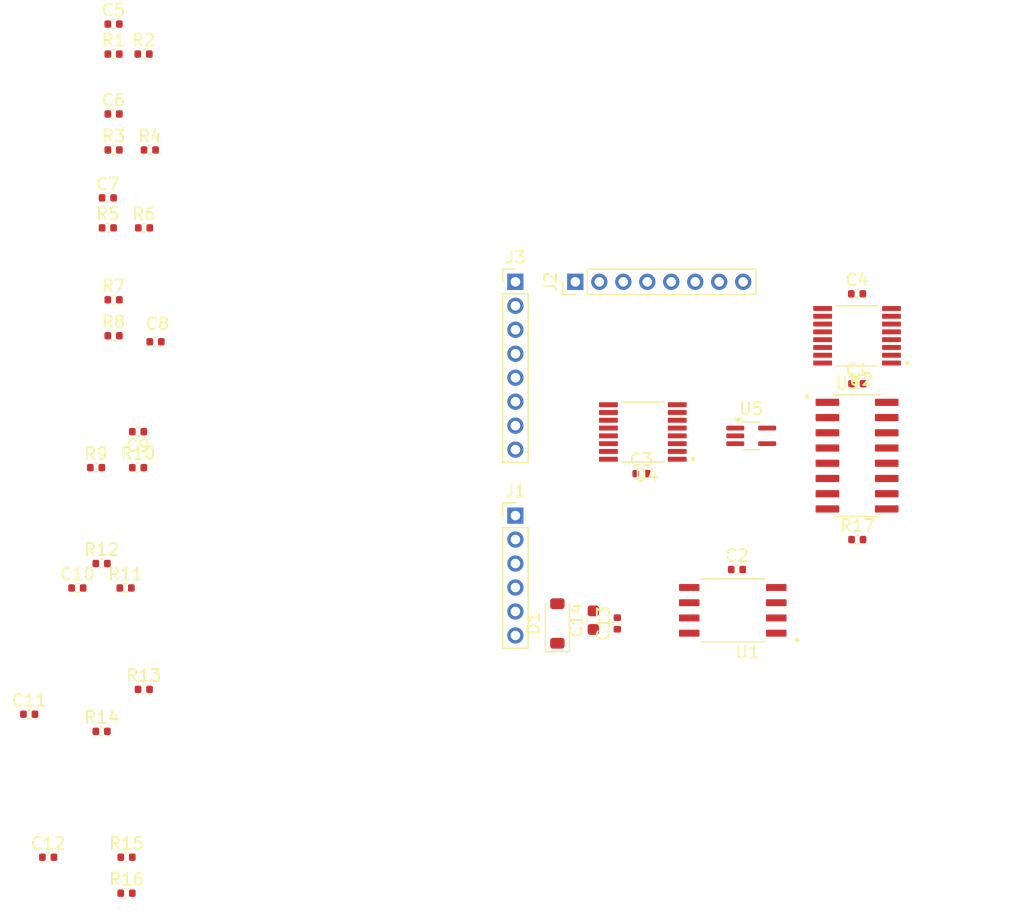
<source format=kicad_pcb>
(kicad_pcb (version 20240108) (generator "pcbnew") (generator_version "8.0")
  (title_block (date "mar. 31 mars 2015"))
  (layers (0 "F.Cu" signal) (1 "In1.Cu" signal) (2 "In2.Cu" signal) (31 "B.Cu" signal) (34 "B.Paste" user) (35 "F.Paste" user) (36 "B.SilkS" user "B.Silkscreen") (37 "F.SilkS" user "F.Silkscreen") (38 "B.Mask" user) (39 "F.Mask" user) (44 "Edge.Cuts" user))
  (net 0 "")
  (net 1 "GND")
  (net 2 "VCCQ")
  (net 4 "Net-(U1-PB1)")
  (net 5 "Net-(U2-D0)")
  (net 6 "Net-(U2-D1)")
  (net 7 "Net-(U2-D2)")
  (net 8 "Net-(U2-D3)")
  (net 9 "Net-(U2-D4)")
  (net 10 "Net-(U2-D5)")
  (net 11 "Net-(U2-D6)")
  (net 12 "Net-(U2-D7)")
  (net 13 "Net-(J1-Pin_3)")
  (net 14 "Net-(U1-PB3)")
  (net 15 "Net-(J1-Pin_4)")
  (net 16 "Net-(J1-Pin_1)")
  (net 17 "Net-(J2-Pin_3)")
  (net 18 "Net-(J2-Pin_1)")
  (net 19 "Net-(J2-Pin_2)")
  (net 20 "Net-(J2-Pin_6)")
  (net 21 "Net-(J2-Pin_7)")
  (net 22 "Net-(J2-Pin_4)")
  (net 23 "Net-(J2-Pin_5)")
  (net 24 "Net-(J2-Pin_8)")
  (net 25 "Net-(J3-Pin_5)")
  (net 26 "Net-(J3-Pin_1)")
  (net 27 "Net-(J3-Pin_3)")
  (net 28 "Net-(J3-Pin_8)")
  (net 29 "Net-(J3-Pin_7)")
  (net 30 "Net-(J3-Pin_2)")
  (net 31 "Net-(J3-Pin_4)")
  (net 32 "Net-(J3-Pin_6)")
  (net 33 "Net-(U2-B)")
  (net 34 "Net-(U2-C)")
  (net 35 "Net-(U2-A)")
  (net 37 "Net-(U3-QF)")
  (net 38 "Net-(U3-QG)")
  (net 39 "Net-(U3-QE)")
  (net 42 "Net-(U3-QD)")
  (net 43 "Net-(J4-Pin_1)")
  (net 44 "Net-(U3-~{CCLR})")
  (footprint "Capacitor_SMD:C_0402_1005Metric" (layer "F.Cu") (at 80.98 82.5)
    (property "Reference" "R12" (at 0 -1.16 0) (layer "F.SilkS"))
    (property "Value" "620")
    (fp_line (start -0.107836 -0.36) (end 0.107836 -0.36) (stroke (width 0.12)) (layer "F.SilkS"))
    (fp_line (start -0.107836 0.36) (end 0.107836 0.36) (stroke (width 0.12)) (layer "F.SilkS"))
    (pad "1" smd roundrect (at -0.48 0) (size 0.56 0.62) (layers "F.Cu" "F.Paste" "F.Mask") (net 20 "Net-(J2-Pin_6)"))
    (pad "2" smd roundrect (at 0.48 0) (size 0.56 0.62) (layers "F.Cu" "F.Paste" "F.Mask") (net 10 "Net-(U2-D5)"))
  )
  (footprint "Capacitor_SMD:C_0402_1005Metric" (layer "F.Cu") (at 81.5 54.5)
    (property "Reference" "R5" (at 0 -1.16 0) (layer "F.SilkS"))
    (property "Value" "10k")
    (fp_line (start -0.107836 -0.36) (end 0.107836 -0.36) (stroke (width 0.12)) (layer "F.SilkS"))
    (fp_line (start -0.107836 0.36) (end 0.107836 0.36) (stroke (width 0.12)) (layer "F.SilkS"))
    (pad "1" smd roundrect (at -0.48 0) (size 0.56 0.62) (layers "F.Cu" "F.Paste" "F.Mask") (net 2 "VCCQ"))
    (pad "2" smd roundrect (at 0.48 0) (size 0.56 0.62) (layers "F.Cu" "F.Paste" "F.Mask") (net 17 "Net-(J2-Pin_3)"))
  )
  (footprint "Capacitor_SMD:C_0402_1005Metric" (layer "F.Cu") (at 83.06 107)
    (property "Reference" "R15" (at 0 -1.16 0) (layer "F.SilkS"))
    (property "Value" "10k")
    (fp_line (start -0.107836 -0.36) (end 0.107836 -0.36) (stroke (width 0.12)) (layer "F.SilkS"))
    (fp_line (start -0.107836 0.36) (end 0.107836 0.36) (stroke (width 0.12)) (layer "F.SilkS"))
    (pad "1" smd roundrect (at -0.48 0) (size 0.56 0.62) (layers "F.Cu" "F.Paste" "F.Mask") (net 2 "VCCQ"))
    (pad "2" smd roundrect (at 0.48 0) (size 0.56 0.62) (layers "F.Cu" "F.Paste" "F.Mask") (net 24 "Net-(J2-Pin_8)"))
  )
  (footprint "Capacitor_SMD:C_0402_1005Metric" (layer "F.Cu") (at 84.02 71.5 180)
    (property "Reference" "C9" (at 0 -1.16 0) (layer "F.SilkS"))
    (property "Value" "0.1 uf")
    (fp_line (start -0.107836 0.36) (end 0.107836 0.36) (stroke (width 0.12)) (layer "F.SilkS"))
    (fp_line (start -0.107836 -0.36) (end 0.107836 -0.36) (stroke (width 0.12)) (layer "F.SilkS"))
    (pad "1" smd roundrect (at -0.48 0 180) (size 0.56 0.62) (layers "F.Cu" "F.Paste" "F.Mask") (net 9 "Net-(U2-D4)"))
    (pad "2" smd roundrect (at 0.48 0 180) (size 0.56 0.62) (layers "F.Cu" "F.Paste" "F.Mask") (net 1 "GND"))
  )
  (footprint "Connector_PinHeader_2.00mm:PinHeader_1x06_P2.00mm_Vertical" (layer "F.Cu") (at 115.5 78.5)
    (property "Reference" "J1" (at 0 -2.06 0) (layer "F.SilkS"))
    (property "Value" "Conn_01x06_Pin")
    (fp_line (start -1.06 -1.06) (end 0 -1.06) (stroke (width 0.12)) (layer "F.SilkS"))
    (fp_line (start -1.06 0) (end -1.06 -1.06) (stroke (width 0.12)) (layer "F.SilkS"))
    (fp_line (start -1.06 1) (end -1.06 11.06) (stroke (width 0.12)) (layer "F.SilkS"))
    (fp_line (start -1.06 1) (end 1.06 1) (stroke (width 0.12)) (layer "F.SilkS"))
    (fp_line (start -1.06 11.06) (end 1.06 11.06) (stroke (width 0.12)) (layer "F.SilkS"))
    (fp_line (start 1.06 1) (end 1.06 11.06) (stroke (width 0.12)) (layer "F.SilkS"))
    (pad "1" thru_hole rect (at 0 0) (size 1.35 1.35) (drill 0.8) (layers "*.Cu" "*.Mask") (net 16 "Net-(J1-Pin_1)"))
    (pad "2" thru_hole oval (at 0 2) (size 1.35 1.35) (drill 0.8) (layers "*.Cu" "*.Mask"))
    (pad "3" thru_hole oval (at 0 4) (size 1.35 1.35) (drill 0.8) (layers "*.Cu" "*.Mask") (net 13 "Net-(J1-Pin_3)"))
    (pad "4" thru_hole oval (at 0 6) (size 1.35 1.35) (drill 0.8) (layers "*.Cu" "*.Mask") (net 15 "Net-(J1-Pin_4)"))
    (pad "5" thru_hole oval (at 0 8) (size 1.35 1.35) (drill 0.8) (layers "*.Cu" "*.Mask") (net 1 "GND"))
    (pad "6" thru_hole oval (at 0 10) (size 1.35 1.35) (drill 0.8) (layers "*.Cu" "*.Mask") (net 2 "VCCQ"))
  )
  (footprint "Diode_SMD:D_SOD-123" (layer "F.Cu") (at 119 87.5 90)
    (property "Reference" "D1" (at 0 -2 90) (layer "F.SilkS"))
    (property "Value" "D_Zener")
    (fp_line (start -2.36 -1) (end 1.65 -1) (stroke (width 0.12)) (layer "F.SilkS"))
    (fp_line (start -2.36 -1) (end -2.36 1) (stroke (width 0.12)) (layer "F.SilkS"))
    (fp_line (start -2.36 1) (end 1.65 1) (stroke (width 0.12)) (layer "F.SilkS"))
    (pad "1" smd roundrect (at -1.65 0 90) (size 0.9 1.2) (layers "F.Cu" "F.Paste" "F.Mask") (net 2 "VCCQ"))
    (pad "2" smd roundrect (at 1.65 0 90) (size 0.9 1.2) (layers "F.Cu" "F.Paste" "F.Mask") (net 1 "GND"))
  )
  (footprint "Capacitor_SMD:C_0603_1608Metric" (layer "F.Cu") (at 122 87.225 90)
    (property "Reference" "C14" (at 0 -1.43 90) (layer "F.SilkS"))
    (property "Value" "1 uf")
    (fp_line (start -0.14058 -0.51) (end 0.14058 -0.51) (stroke (width 0.12)) (layer "F.SilkS"))
    (fp_line (start -0.14058 0.51) (end 0.14058 0.51) (stroke (width 0.12)) (layer "F.SilkS"))
    (pad "1" smd roundrect (at -0.775 0 90) (size 0.9 0.95) (layers "F.Cu" "F.Paste" "F.Mask") (net 2 "VCCQ"))
    (pad "2" smd roundrect (at 0.775 0 90) (size 0.9 0.95) (layers "F.Cu" "F.Paste" "F.Mask") (net 1 "GND"))
  )
  (footprint "Capacitor_SMD:C_0402_1005Metric" (layer "F.Cu") (at 126.02 75)
    (property "Reference" "C3" (at 0 -1.16 0) (layer "F.SilkS"))
    (property "Value" "0.1uf")
    (fp_line (start -0.107836 -0.36) (end 0.107836 -0.36) (stroke (width 0.12)) (layer "F.SilkS"))
    (fp_line (start -0.107836 0.36) (end 0.107836 0.36) (stroke (width 0.12)) (layer "F.SilkS"))
    (pad "1" smd roundrect (at -0.48 0) (size 0.56 0.62) (layers "F.Cu" "F.Paste" "F.Mask") (net 2 "VCCQ"))
    (pad "2" smd roundrect (at 0.48 0) (size 0.56 0.62) (layers "F.Cu" "F.Paste" "F.Mask") (net 1 "GND"))
  )
  (footprint "Capacitor_SMD:C_0402_1005Metric" (layer "F.Cu") (at 144 60)
    (property "Reference" "C4" (at 0 -1.16 0) (layer "F.SilkS"))
    (property "Value" "0.1uf")
    (fp_line (start -0.107836 -0.36) (end 0.107836 -0.36) (stroke (width 0.12)) (layer "F.SilkS"))
    (fp_line (start -0.107836 0.36) (end 0.107836 0.36) (stroke (width 0.12)) (layer "F.SilkS"))
    (pad "1" smd roundrect (at -0.48 0) (size 0.56 0.62) (layers "F.Cu" "F.Paste" "F.Mask") (net 2 "VCCQ"))
    (pad "2" smd roundrect (at 0.48 0) (size 0.56 0.62) (layers "F.Cu" "F.Paste" "F.Mask") (net 1 "GND"))
  )
  (footprint "Capacitor_SMD:C_0402_1005Metric" (layer "F.Cu") (at 81.5 52)
    (property "Reference" "C7" (at 0 -1.16 0) (layer "F.SilkS"))
    (property "Value" "0.1 uf")
    (fp_line (start -0.107836 -0.36) (end 0.107836 -0.36) (stroke (width 0.12)) (layer "F.SilkS"))
    (fp_line (start -0.107836 0.36) (end 0.107836 0.36) (stroke (width 0.12)) (layer "F.SilkS"))
    (pad "1" smd roundrect (at -0.48 0) (size 0.56 0.62) (layers "F.Cu" "F.Paste" "F.Mask") (net 7 "Net-(U2-D2)"))
    (pad "2" smd roundrect (at 0.48 0) (size 0.56 0.62) (layers "F.Cu" "F.Paste" "F.Mask") (net 1 "GND"))
  )
  (footprint "Capacitor_SMD:C_0402_1005Metric" (layer "F.Cu") (at 74.94 95.07)
    (property "Reference" "C11" (at 0 -1.16 0) (layer "F.SilkS"))
    (property "Value" "0.1 uf")
    (fp_line (start -0.107836 -0.36) (end 0.107836 -0.36) (stroke (width 0.12)) (layer "F.SilkS"))
    (fp_line (start -0.107836 0.36) (end 0.107836 0.36) (stroke (width 0.12)) (layer "F.SilkS"))
    (pad "1" smd roundrect (at -0.48 0) (size 0.56 0.62) (layers "F.Cu" "F.Paste" "F.Mask") (net 11 "Net-(U2-D6)"))
    (pad "2" smd roundrect (at 0.48 0) (size 0.56 0.62) (layers "F.Cu" "F.Paste" "F.Mask") (net 1 "GND"))
  )
  (footprint "Capacitor_SMD:C_0402_1005Metric" (layer "F.Cu") (at 85.48 64)
    (property "Reference" "C8" (at 0.17 -1.5 0) (layer "F.SilkS"))
    (property "Value" "0.1 uf")
    (fp_line (start -0.107836 -0.36) (end 0.107836 -0.36) (stroke (width 0.12)) (layer "F.SilkS"))
    (fp_line (start -0.107836 0.36) (end 0.107836 0.36) (stroke (width 0.12)) (layer "F.SilkS"))
    (pad "1" smd roundrect (at -0.48 0) (size 0.56 0.62) (layers "F.Cu" "F.Paste" "F.Mask") (net 8 "Net-(U2-D3)"))
    (pad "2" smd roundrect (at 0.48 0) (size 0.56 0.62) (layers "F.Cu" "F.Paste" "F.Mask") (net 1 "GND"))
  )
  (footprint "Capacitor_SMD:C_0402_1005Metric" (layer "F.Cu") (at 80.52 74.5)
    (property "Reference" "R9" (at 0 -1.16 0) (layer "F.SilkS"))
    (property "Value" "10k")
    (fp_line (start -0.107836 -0.36) (end 0.107836 -0.36) (stroke (width 0.12)) (layer "F.SilkS"))
    (fp_line (start -0.107836 0.36) (end 0.107836 0.36) (stroke (width 0.12)) (layer "F.SilkS"))
    (pad "1" smd roundrect (at -0.48 0) (size 0.56 0.62) (layers "F.Cu" "F.Paste" "F.Mask") (net 2 "VCCQ"))
    (pad "2" smd roundrect (at 0.48 0) (size 0.56 0.62) (layers "F.Cu" "F.Paste" "F.Mask") (net 23 "Net-(J2-Pin_5)"))
  )
  (footprint "Capacitor_SMD:C_0402_1005Metric" (layer "F.Cu") (at 83.06 110)
    (property "Reference" "R16" (at 0 -1.16 0) (layer "F.SilkS"))
    (property "Value" "620")
    (fp_line (start -0.107836 -0.36) (end 0.107836 -0.36) (stroke (width 0.12)) (layer "F.SilkS"))
    (fp_line (start -0.107836 0.36) (end 0.107836 0.36) (stroke (width 0.12)) (layer "F.SilkS"))
    (pad "1" smd roundrect (at -0.48 0) (size 0.56 0.62) (layers "F.Cu" "F.Paste" "F.Mask") (net 24 "Net-(J2-Pin_8)"))
    (pad "2" smd roundrect (at 0.48 0) (size 0.56 0.62) (layers "F.Cu" "F.Paste" "F.Mask") (net 12 "Net-(U2-D7)"))
  )
  (footprint "Capacitor_SMD:C_0402_1005Metric" (layer "F.Cu") (at 144.02 80.5)
    (property "Reference" "R17" (at 0 -1.16 0) (layer "F.SilkS"))
    (property "Value" "10k")
    (fp_line (start -0.107836 -0.36) (end 0.107836 -0.36) (stroke (width 0.12)) (layer "F.SilkS"))
    (fp_line (start -0.107836 0.36) (end 0.107836 0.36) (stroke (width 0.12)) (layer "F.SilkS"))
    (pad "1" smd roundrect (at -0.48 0) (size 0.56 0.62) (layers "F.Cu" "F.Paste" "F.Mask") (net 4 "Net-(U1-PB1)"))
    (pad "2" smd roundrect (at 0.48 0) (size 0.56 0.62) (layers "F.Cu" "F.Paste" "F.Mask") (net 1 "GND"))
  )
  (footprint "Connector_PinHeader_2.00mm:PinHeader_1x08_P2.00mm_Vertical" (layer "F.Cu") (at 115.5 59)
    (property "Reference" "J3" (at 0 -2.06 0) (layer "F.SilkS"))
    (property "Value" "Conn_01x08_Pin")
    (fp_line (start -1.06 -1.06) (end 0 -1.06) (stroke (width 0.12)) (layer "F.SilkS"))
    (fp_line (start -1.06 0) (end -1.06 -1.06) (stroke (width 0.12)) (layer "F.SilkS"))
    (fp_line (start -1.06 1) (end -1.06 15.06) (stroke (width 0.12)) (layer "F.SilkS"))
    (fp_line (start -1.06 1) (end 1.06 1) (stroke (width 0.12)) (layer "F.SilkS"))
    (fp_line (start -1.06 15.06) (end 1.06 15.06) (stroke (width 0.12)) (layer "F.SilkS"))
    (fp_line (start 1.06 1) (end 1.06 15.06) (stroke (width 0.12)) (layer "F.SilkS"))
    (pad "1" thru_hole rect (at 0 0) (size 1.35 1.35) (drill 0.8) (layers "*.Cu" "*.Mask") (net 26 "Net-(J3-Pin_1)"))
    (pad "2" thru_hole oval (at 0 2) (size 1.35 1.35) (drill 0.8) (layers "*.Cu" "*.Mask") (net 30 "Net-(J3-Pin_2)"))
    (pad "3" thru_hole oval (at 0 4) (size 1.35 1.35) (drill 0.8) (layers "*.Cu" "*.Mask") (net 27 "Net-(J3-Pin_3)"))
    (pad "4" thru_hole oval (at 0 6) (size 1.35 1.35) (drill 0.8) (layers "*.Cu" "*.Mask") (net 31 "Net-(J3-Pin_4)"))
    (pad "5" thru_hole oval (at 0 8) (size 1.35 1.35) (drill 0.8) (layers "*.Cu" "*.Mask") (net 25 "Net-(J3-Pin_5)"))
    (pad "6" thru_hole oval (at 0 10) (size 1.35 1.35) (drill 0.8) (layers "*.Cu" "*.Mask") (net 32 "Net-(J3-Pin_6)"))
    (pad "7" thru_hole oval (at 0 12) (size 1.35 1.35) (drill 0.8) (layers "*.Cu" "*.Mask") (net 29 "Net-(J3-Pin_7)"))
    (pad "8" thru_hole oval (at 0 14) (size 1.35 1.35) (drill 0.8) (layers "*.Cu" "*.Mask") (net 28 "Net-(J3-Pin_8)"))
  )
  (footprint "InterrupterLibrary:SOP65P640X120-16N" (layer "F.Cu") (at 144 63.5 180)
    (property "Reference" "U2" (at -0.325 -3.635 0) (layer "F.SilkS"))
    (property "Value" "SN74HC251PWR")
    (fp_line (start 1.765 2.5) (end -1.765 2.5) (stroke (width 0.127)) (layer "F.SilkS"))
    (fp_line (start -1.765 -2.5) (end 1.765 -2.5) (stroke (width 0.127)) (layer "F.SilkS"))
    (fp_circle (center -4.19 -2.275) (end -4.09 -2.275) (stroke (width 0.2)) (fill none) (layer "F.SilkS"))
    (pad "1" smd roundrect (at -2.87 -2.275 180) (size 1.57 0.41) (layers "F.Cu" "F.Paste" "F.Mask") (roundrect_rratio 0.125) (net 8 "Net-(U2-D3)"))
    (pad "2" smd roundrect (at -2.87 -1.625 180) (size 1.57 0.41) (layers "F.Cu" "F.Paste" "F.Mask") (roundrect_rratio 0.125) (net 7 "Net-(U2-D2)"))
    (pad "3" smd roundrect (at -2.87 -0.975 180) (size 1.57 0.41) (layers "F.Cu" "F.Paste" "F.Mask") (roundrect_rratio 0.125) (net 6 "Net-(U2-D1)"))
    (pad "4" smd roundrect (at -2.87 -0.325 180) (size 1.57 0.41) (layers "F.Cu" "F.Paste" "F.Mask") (roundrect_rratio 0.125) (net 5 "Net-(U2-D0)"))
    (pad "5" smd roundrect (at -2.87 0.325 180) (size 1.57 0.41) (layers "F.Cu" "F.Paste" "F.Mask") (roundrect_rratio 0.125))
    (pad "6" smd roundrect (at -2.87 0.975 180) (size 1.57 0.41) (layers "F.Cu" "F.Paste" "F.Mask") (roundrect_rratio 0.125) (net 14 "Net-(U1-PB3)"))
    (pad "7" smd roundrect (at -2.87 1.625 180) (size 1.57 0.41) (layers "F.Cu" "F.Paste" "F.Mask") (roundrect_rratio 0.125) (net 1 "GND"))
    (pad "8" smd roundrect (at -2.87 2.275 180) (size 1.57 0.41) (layers "F.Cu" "F.Paste" "F.Mask") (roundrect_rratio 0.125) (net 1 "GND"))
    (pad "9" smd roundrect (at 2.87 2.275 180) (size 1.57 0.41) (layers "F.Cu" "F.Paste" "F.Mask") (roundrect_rratio 0.125) (net 34 "Net-(U2-C)"))
    (pad "10" smd roundrect (at 2.87 1.625 180) (size 1.57 0.41) (layers "F.Cu" "F.Paste" "F.Mask") (roundrect_rratio 0.125) (net 33 "Net-(U2-B)"))
    (pad "11" smd roundrect (at 2.87 0.975 180) (size 1.57 0.41) (layers "F.Cu" "F.Paste" "F.Mask") (roundrect_rratio 0.125) (net 35 "Net-(U2-A)"))
    (pad "12" smd roundrect (at 2.87 0.325 180) (size 1.57 0.41) (layers "F.Cu" "F.Paste" "F.Mask") (roundrect_rratio 0.125) (net 12 "Net-(U2-D7)"))
    (pad "13" smd roundrect (at 2.87 -0.325 180) (size 1.57 0.41) (layers "F.Cu" "F.Paste" "F.Mask") (roundrect_rratio 0.125) (net 11 "Net-(U2-D6)"))
    (pad "14" smd roundrect (at 2.87 -0.975 180) (size 1.57 0.41) (layers "F.Cu" "F.Paste" "F.Mask") (roundrect_rratio 0.125) (net 10 "Net-(U2-D5)"))
    (pad "15" smd roundrect (at 2.87 -1.625 180) (size 1.57 0.41) (layers "F.Cu" "F.Paste" "F.Mask") (roundrect_rratio 0.125) (net 9 "Net-(U2-D4)"))
    (pad "16" smd roundrect (at 2.87 -2.275 180) (size 1.57 0.41) (layers "F.Cu" "F.Paste" "F.Mask") (roundrect_rratio 0.125) (net 2 "VCCQ"))
  )
  (footprint "Capacitor_SMD:C_0402_1005Metric" (layer "F.Cu") (at 78.96 84.54)
    (property "Reference" "C10" (at 0 -1.16 0) (layer "F.SilkS"))
    (property "Value" "0.1 uf")
    (fp_line (start -0.107836 -0.36) (end 0.107836 -0.36) (stroke (width 0.12)) (layer "F.SilkS"))
    (fp_line (start -0.107836 0.36) (end 0.107836 0.36) (stroke (width 0.12)) (layer "F.SilkS"))
    (pad "1" smd roundrect (at -0.48 0) (size 0.56 0.62) (layers "F.Cu" "F.Paste" "F.Mask") (net 10 "Net-(U2-D5)"))
    (pad "2" smd roundrect (at 0.48 0) (size 0.56 0.62) (layers "F.Cu" "F.Paste" "F.Mask") (net 1 "GND"))
  )
  (footprint "Capacitor_SMD:C_0402_1005Metric" (layer "F.Cu") (at 81.98 48)
    (property "Reference" "R3" (at 0 -1.16 0) (layer "F.SilkS"))
    (property "Value" "10k")
    (fp_line (start -0.107836 -0.36) (end 0.107836 -0.36) (stroke (width 0.12)) (layer "F.SilkS"))
    (fp_line (start -0.107836 0.36) (end 0.107836 0.36) (stroke (width 0.12)) (layer "F.SilkS"))
    (pad "1" smd roundrect (at -0.48 0) (size 0.56 0.62) (layers "F.Cu" "F.Paste" "F.Mask") (net 2 "VCCQ"))
    (pad "2" smd roundrect (at 0.48 0) (size 0.56 0.62) (layers "F.Cu" "F.Paste" "F.Mask") (net 19 "Net-(J2-Pin_2)"))
  )
  (footprint "Capacitor_SMD:C_0402_1005Metric" (layer "F.Cu") (at 144.02 67.5)
    (property "Reference" "C1" (at 0 -1.16 0) (layer "F.SilkS"))
    (property "Value" "0.1 uf")
    (fp_line (start -0.107836 -0.36) (end 0.107836 -0.36) (stroke (width 0.12)) (layer "F.SilkS"))
    (fp_line (start -0.107836 0.36) (end 0.107836 0.36) (stroke (width 0.12)) (layer "F.SilkS"))
    (pad "1" smd roundrect (at -0.48 0) (size 0.56 0.62) (layers "F.Cu" "F.Paste" "F.Mask") (net 2 "VCCQ"))
    (pad "2" smd roundrect (at 0.48 0) (size 0.56 0.62) (layers "F.Cu" "F.Paste" "F.Mask") (net 1 "GND"))
  )
  (footprint "Capacitor_SMD:C_0402_1005Metric" (layer "F.Cu") (at 84.48 40)
    (property "Reference" "R2" (at 0 -1.16 0) (layer "F.SilkS"))
    (property "Value" "620")
    (fp_line (start -0.107836 -0.36) (end 0.107836 -0.36) (stroke (width 0.12)) (layer "F.SilkS"))
    (fp_line (start -0.107836 0.36) (end 0.107836 0.36) (stroke (width 0.12)) (layer "F.SilkS"))
    (pad "1" smd roundrect (at -0.48 0) (size 0.56 0.62) (layers "F.Cu" "F.Paste" "F.Mask") (net 18 "Net-(J2-Pin_1)"))
    (pad "2" smd roundrect (at 0.48 0) (size 0.56 0.62) (layers "F.Cu" "F.Paste" "F.Mask") (net 5 "Net-(U2-D0)"))
  )
  (footprint "Capacitor_SMD:C_0402_1005Metric" (layer "F.Cu") (at 133.98 83)
    (property "Reference" "C2" (at 0 -1.16 0) (layer "F.SilkS"))
    (property "Value" "0.1uf")
    (fp_line (start -0.107836 -0.36) (end 0.107836 -0.36) (stroke (width 0.12)) (layer "F.SilkS"))
    (fp_line (start -0.107836 0.36) (end 0.107836 0.36) (stroke (width 0.12)) (layer "F.SilkS"))
    (pad "1" smd roundrect (at -0.48 0) (size 0.56 0.62) (layers "F.Cu" "F.Paste" "F.Mask") (net 2 "VCCQ"))
    (pad "2" smd roundrect (at 0.48 0) (size 0.56 0.62) (layers "F.Cu" "F.Paste" "F.Mask") (net 1 "GND"))
  )
  (footprint "InterrupterLibrary:SOIC127P600X175-16N" (layer "F.Cu") (at 144 73.5)
    (property "Reference" "U3" (at -0.795 -6.035 0) (layer "F.SilkS"))
    (property "Value" "SN74HC590ADT")
    (fp_line (start -1.95 -5.065) (end 1.95 -5.065) (stroke (width 0.127)) (layer "F.SilkS"))
    (fp_line (start -1.95 5.065) (end 1.95 5.065) (stroke (width 0.127)) (layer "F.SilkS"))
    (fp_circle (center -4.145 -4.945) (end -4.045 -4.945) (stroke (width 0.2)) (fill none) (layer "F.SilkS"))
    (pad "1" smd roundrect (at -2.475 -4.445) (size 1.97 0.6) (layers "F.Cu" "F.Paste" "F.Mask") (roundrect_rratio 0.125) (net 33 "Net-(U2-B)"))
    (pad "2" smd roundrect (at -2.475 -3.175) (size 1.97 0.6) (layers "F.Cu" "F.Paste" "F.Mask") (roundrect_rratio 0.125) (net 34 "Net-(U2-C)"))
    (pad "3" smd roundrect (at -2.475 -1.905) (size 1.97 0.6) (layers "F.Cu" "F.Paste" "F.Mask") (roundrect_rratio 0.125) (net 42 "Net-(U3-QD)"))
    (pad "4" smd roundrect (at -2.475 -0.635) (size 1.97 0.6) (layers "F.Cu" "F.Paste" "F.Mask") (roundrect_rratio 0.125) (net 39 "Net-(U3-QE)"))
    (pad "5" smd roundrect (at -2.475 0.635) (size 1.97 0.6) (layers "F.Cu" "F.Paste" "F.Mask") (roundrect_rratio 0.125) (net 37 "Net-(U3-QF)"))
    (pad "6" smd roundrect (at -2.475 1.905) (size 1.97 0.6) (layers "F.Cu" "F.Paste" "F.Mask") (roundrect_rratio 0.125) (net 38 "Net-(U3-QG)"))
    (pad "7" smd roundrect (at -2.475 3.175) (size 1.97 0.6) (layers "F.Cu" "F.Paste" "F.Mask") (roundrect_rratio 0.125))
    (pad "8" smd roundrect (at -2.475 4.445) (size 1.97 0.6) (layers "F.Cu" "F.Paste" "F.Mask") (roundrect_rratio 0.125) (net 1 "GND"))
    (pad "9" smd roundrect (at 2.475 4.445) (size 1.97 0.6) (layers "F.Cu" "F.Paste" "F.Mask") (roundrect_rratio 0.125))
    (pad "10" smd roundrect (at 2.475 3.175) (size 1.97 0.6) (layers "F.Cu" "F.Paste" "F.Mask") (roundrect_rratio 0.125) (net 44 "Net-(U3-~{CCLR})"))
    (pad "11" smd roundrect (at 2.475 1.905) (size 1.97 0.6) (layers "F.Cu" "F.Paste" "F.Mask") (roundrect_rratio 0.125) (net 4 "Net-(U1-PB1)"))
    (pad "12" smd roundrect (at 2.475 0.635) (size 1.97 0.6) (layers "F.Cu" "F.Paste" "F.Mask") (roundrect_rratio 0.125) (net 1 "GND"))
    (pad "13" smd roundrect (at 2.475 -0.635) (size 1.97 0.6) (layers "F.Cu" "F.Paste" "F.Mask") (roundrect_rratio 0.125) (net 4 "Net-(U1-PB1)"))
    (pad "14" smd roundrect (at 2.475 -1.905) (size 1.97 0.6) (layers "F.Cu" "F.Paste" "F.Mask") (roundrect_rratio 0.125) (net 1 "GND"))
    (pad "15" smd roundrect (at 2.475 -3.175) (size 1.97 0.6) (layers "F.Cu" "F.Paste" "F.Mask") (roundrect_rratio 0.125) (net 35 "Net-(U2-A)"))
    (pad "16" smd roundrect (at 2.475 -4.445) (size 1.97 0.6) (layers "F.Cu" "F.Paste" "F.Mask") (roundrect_rratio 0.125) (net 2 "VCCQ"))
  )
  (footprint "Capacitor_SMD:C_0402_1005Metric" (layer "F.Cu") (at 84.02 74.5)
    (property "Reference" "R10" (at 0 -1.16 0) (layer "F.SilkS"))
    (property "Value" "620")
    (fp_line (start -0.107836 -0.36) (end 0.107836 -0.36) (stroke (width 0.12)) (layer "F.SilkS"))
    (fp_line (start -0.107836 0.36) (end 0.107836 0.36) (stroke (width 0.12)) (layer "F.SilkS"))
    (pad "1" smd roundrect (at -0.48 0) (size 0.56 0.62) (layers "F.Cu" "F.Paste" "F.Mask") (net 23 "Net-(J2-Pin_5)"))
    (pad "2" smd roundrect (at 0.48 0) (size 0.56 0.62) (layers "F.Cu" "F.Paste" "F.Mask") (net 9 "Net-(U2-D4)"))
  )
  (footprint "Capacitor_SMD:C_0402_1005Metric" (layer "F.Cu") (at 84.5 93)
    (property "Reference" "R13" (at 0 -1.16 0) (layer "F.SilkS"))
    (property "Value" "10k")
    (fp_line (start -0.107836 -0.36) (end 0.107836 -0.36) (stroke (width 0.12)) (layer "F.SilkS"))
    (fp_line (start -0.107836 0.36) (end 0.107836 0.36) (stroke (width 0.12)) (layer "F.SilkS"))
    (pad "1" smd roundrect (at -0.48 0) (size 0.56 0.62) (layers "F.Cu" "F.Paste" "F.Mask") (net 2 "VCCQ"))
    (pad "2" smd roundrect (at 0.48 0) (size 0.56 0.62) (layers "F.Cu" "F.Paste" "F.Mask") (net 21 "Net-(J2-Pin_7)"))
  )
  (footprint "Capacitor_SMD:C_0402_1005Metric" (layer "F.Cu") (at 81.98 37.5)
    (property "Reference" "C5" (at 0 -1.16 0) (layer "F.SilkS"))
    (property "Value" "0.1 uf")
    (fp_line (start -0.107836 -0.36) (end 0.107836 -0.36) (stroke (width 0.12)) (layer "F.SilkS"))
    (fp_line (start -0.107836 0.36) (end 0.107836 0.36) (stroke (width 0.12)) (layer "F.SilkS"))
    (pad "1" smd roundrect (at -0.48 0) (size 0.56 0.62) (layers "F.Cu" "F.Paste" "F.Mask") (net 5 "Net-(U2-D0)"))
    (pad "2" smd roundrect (at 0.48 0) (size 0.56 0.62) (layers "F.Cu" "F.Paste" "F.Mask") (net 1 "GND"))
  )
  (footprint "Capacitor_SMD:C_0402_1005Metric" (layer "F.Cu") (at 80.98 96.5)
    (property "Reference" "R14" (at 0 -1.16 0) (layer "F.SilkS"))
    (property "Value" "620")
    (fp_line (start -0.107836 -0.36) (end 0.107836 -0.36) (stroke (width 0.12)) (layer "F.SilkS"))
    (fp_line (start -0.107836 0.36) (end 0.107836 0.36) (stroke (width 0.12)) (layer "F.SilkS"))
    (pad "1" smd roundrect (at -0.48 0) (size 0.56 0.62) (layers "F.Cu" "F.Paste" "F.Mask") (net 21 "Net-(J2-Pin_7)"))
    (pad "2" smd roundrect (at 0.48 0) (size 0.56 0.62) (layers "F.Cu" "F.Paste" "F.Mask") (net 11 "Net-(U2-D6)"))
  )
  (footprint "Capacitor_SMD:C_0402_1005Metric" (layer "F.Cu") (at 82.98 84.54)
    (property "Reference" "R11" (at 0 -1.16 0) (layer "F.SilkS"))
    (property "Value" "10k")
    (fp_line (start -0.107836 -0.36) (end 0.107836 -0.36) (stroke (width 0.12)) (layer "F.SilkS"))
    (fp_line (start -0.107836 0.36) (end 0.107836 0.36) (stroke (width 0.12)) (layer "F.SilkS"))
    (pad "1" smd roundrect (at -0.48 0) (size 0.56 0.62) (layers "F.Cu" "F.Paste" "F.Mask") (net 2 "VCCQ"))
    (pad "2" smd roundrect (at 0.48 0) (size 0.56 0.62) (layers "F.Cu" "F.Paste" "F.Mask") (net 20 "Net-(J2-Pin_6)"))
  )
  (footprint "Capacitor_SMD:C_0402_1005Metric" (layer "F.Cu") (at 85 48)
    (property "Reference" "R4" (at 0 -1.16 0) (layer "F.SilkS"))
    (property "Value" "620")
    (fp_line (start -0.107836 -0.36) (end 0.107836 -0.36) (stroke (width 0.12)) (layer "F.SilkS"))
    (fp_line (start -0.107836 0.36) (end 0.107836 0.36) (stroke (width 0.12)) (layer "F.SilkS"))
    (pad "1" smd roundrect (at -0.48 0) (size 0.56 0.62) (layers "F.Cu" "F.Paste" "F.Mask") (net 19 "Net-(J2-Pin_2)"))
    (pad "2" smd roundrect (at 0.48 0) (size 0.56 0.62) (layers "F.Cu" "F.Paste" "F.Mask") (net 6 "Net-(U2-D1)"))
  )
  (footprint "InterrupterLibrary:SOP65P640X120-16N" (layer "F.Cu") (at 126.13 71.525 180)
    (property "Reference" "U4" (at -0.325 -3.635 0) (layer "F.SilkS"))
    (property "Value" "SN74HCT138PWRE4")
    (fp_line (start 1.765 2.5) (end -1.765 2.5) (stroke (width 0.127)) (layer "F.SilkS"))
    (fp_line (start -1.765 -2.5) (end 1.765 -2.5) (stroke (width 0.127)) (layer "F.SilkS"))
    (fp_circle (center -4.19 -2.275) (end -4.09 -2.275) (stroke (width 0.2)) (fill none) (layer "F.SilkS"))
    (pad "1" smd roundrect (at -2.87 -2.275 180) (size 1.57 0.41) (layers "F.Cu" "F.Paste" "F.Mask") (roundrect_rratio 0.125) (net 42 "Net-(U3-QD)"))
    (pad "2" smd roundrect (at -2.87 -1.625 180) (size 1.57 0.41) (layers "F.Cu" "F.Paste" "F.Mask") (roundrect_rratio 0.125) (net 39 "Net-(U3-QE)"))
    (pad "3" smd roundrect (at -2.87 -0.975 180) (size 1.57 0.41) (layers "F.Cu" "F.Paste" "F.Mask") (roundrect_rratio 0.125) (net 37 "Net-(U3-QF)"))
    (pad "4" smd roundrect (at -2.87 -0.325 180) (size 1.57 0.41) (layers "F.Cu" "F.Paste" "F.Mask") (roundrect_rratio 0.125) (net 1 "GND"))
    (pad "5" smd roundrect (at -2.87 0.325 180) (size 1.57 0.41) (layers "F.Cu" "F.Paste" "F.Mask") (roundrect_rratio 0.125) (net 1 "GND"))
    (pad "6" smd roundrect (at -2.87 0.975 180) (size 1.57 0.41) (layers "F.Cu" "F.Paste" "F.Mask") (roundrect_rratio 0.125) (net 2 "VCCQ"))
    (pad "7" smd roundrect (at -2.87 1.625 180) (size 1.57 0.41) (layers "F.Cu" "F.Paste" "F.Mask") (roundrect_rratio 0.125) (net 26 "Net-(J3-Pin_1)"))
    (pad "8" smd roundrect (at -2.87 2.275 180) (size 1.57 0.41) (layers "F.Cu" "F.Paste" "F.Mask") (roundrect_rratio 0.125) (net 1 "GND"))
    (pad "9" smd roundrect (at 2.87 2.275 180) (size 1.57 0.41) (layers "F.Cu" "F.Paste" "F.Mask") (roundrect_rratio 0.125) (net 30 "Net-(J3-Pin_2)"))
    (pad "10" smd roundrect (at 2.87 1.625 180) (size 1.57 0.41) (layers "F.Cu" "F.Paste" "F.Mask") (roundrect_rratio 0.125) (net 27 "Net-(J3-Pin_3)"))
    (pad "11" smd roundrect (at 2.87 0.975 180) (size 1.57 0.41) (layers "F.Cu" "F.Paste" "F.Mask") (roundrect_rratio 0.125) (net 31 "Net-(J3-Pin_4)"))
    (pad "12" smd roundrect (at 2.87 0.325 180) (size 1.57 0.41) (layers "F.Cu" "F.Paste" "F.Mask") (roundrect_rratio 0.125) (net 25 "Net-(J3-Pin_5)"))
    (pad "13" smd roundrect (at 2.87 -0.325 180) (size 1.57 0.41) (layers "F.Cu" "F.Paste" "F.Mask") (roundrect_rratio 0.125) (net 32 "Net-(J3-Pin_6)"))
    (pad "14" smd roundrect (at 2.87 -0.975 180) (size 1.57 0.41) (layers "F.Cu" "F.Paste" "F.Mask") (roundrect_rratio 0.125) (net 29 "Net-(J3-Pin_7)"))
    (pad "15" smd roundrect (at 2.87 -1.625 180) (size 1.57 0.41) (layers "F.Cu" "F.Paste" "F.Mask") (roundrect_rratio 0.125) (net 28 "Net-(J3-Pin_8)"))
    (pad "16" smd roundrect (at 2.87 -2.275 180) (size 1.57 0.41) (layers "F.Cu" "F.Paste" "F.Mask") (roundrect_rratio 0.125) (net 2 "VCCQ"))
  )
  (footprint "Capacitor_SMD:C_0402_1005Metric" (layer "F.Cu") (at 81.98 63.5)
    (property "Reference" "R8" (at 0 -1.16 0) (layer "F.SilkS"))
    (property "Value" "620")
    (fp_line (start -0.107836 -0.36) (end 0.107836 -0.36) (stroke (width 0.12)) (layer "F.SilkS"))
    (fp_line (start -0.107836 0.36) (end 0.107836 0.36) (stroke (width 0.12)) (layer "F.SilkS"))
    (pad "1" smd roundrect (at -0.48 0) (size 0.56 0.62) (layers "F.Cu" "F.Paste" "F.Mask") (net 22 "Net-(J2-Pin_4)"))
    (pad "2" smd roundrect (at 0.48 0) (size 0.56 0.62) (layers "F.Cu" "F.Paste" "F.Mask") (net 8 "Net-(U2-D3)"))
  )
  (footprint "Package_TO_SOT_SMD:SOT-353_SC-70-5_Handsoldering" (layer "F.Cu") (at 135.17 71.85)
    (property "Reference" "U5" (at 0 -2.25 0) (layer "F.SilkS"))
    (property "Value" "74AHC1G08")
    (fp_line (start -0.71 -1.16) (end 0.7 -1.16) (stroke (width 0.12)) (layer "F.SilkS"))
    (fp_line (start -0.7 1.16) (end 0.7 1.16) (stroke (width 0.12)) (layer "F.SilkS"))
    (fp_poly (pts (xy -1.08 -1.11) (xy -1.32 -1.44) (xy -0.84 -1.44) (xy -1.08 -1.11)) (stroke (width 0.12)) (fill solid) (layer "F.SilkS"))
    (pad "1" smd roundrect (at -1.33 -0.65) (size 1.5 0.4) (layers "F.Cu" "F.Paste" "F.Mask") (net 38 "Net-(U3-QG)"))
    (pad "2" smd roundrect (at -1.33 0) (size 1.5 0.4) (layers "F.Cu" "F.Paste" "F.Mask") (net 43 "Net-(J4-Pin_1)"))
    (pad "3" smd roundrect (at -1.33 0.65) (size 1.5 0.4) (layers "F.Cu" "F.Paste" "F.Mask") (net 1 "GND"))
    (pad "4" smd roundrect (at 1.33 0.65) (size 1.5 0.4) (layers "F.Cu" "F.Paste" "F.Mask") (net 44 "Net-(U3-~{CCLR})"))
    (pad "5" smd roundrect (at 1.33 -0.65) (size 1.5 0.4) (layers "F.Cu" "F.Paste" "F.Mask") (net 2 "VCCQ"))
  )
  (footprint "Capacitor_SMD:C_0402_1005Metric" (layer "F.Cu") (at 84.52 54.5)
    (property "Reference" "R6" (at 0 -1.16 0) (layer "F.SilkS"))
    (property "Value" "620")
    (fp_line (start -0.107836 -0.36) (end 0.107836 -0.36) (stroke (width 0.12)) (layer "F.SilkS"))
    (fp_line (start -0.107836 0.36) (end 0.107836 0.36) (stroke (width 0.12)) (layer "F.SilkS"))
    (pad "1" smd roundrect (at -0.48 0) (size 0.56 0.62) (layers "F.Cu" "F.Paste" "F.Mask") (net 17 "Net-(J2-Pin_3)"))
    (pad "2" smd roundrect (at 0.48 0) (size 0.56 0.62) (layers "F.Cu" "F.Paste" "F.Mask") (net 7 "Net-(U2-D2)"))
  )
  (footprint "Capacitor_SMD:C_0402_1005Metric" (layer "F.Cu") (at 76.52 107)
    (property "Reference" "C12" (at 0 -1.16 0) (layer "F.SilkS"))
    (property "Value" "0.1 uf")
    (fp_line (start -0.107836 -0.36) (end 0.107836 -0.36) (stroke (width 0.12)) (layer "F.SilkS"))
    (fp_line (start -0.107836 0.36) (end 0.107836 0.36) (stroke (width 0.12)) (layer "F.SilkS"))
    (pad "1" smd roundrect (at -0.48 0) (size 0.56 0.62) (layers "F.Cu" "F.Paste" "F.Mask") (net 12 "Net-(U2-D7)"))
    (pad "2" smd roundrect (at 0.48 0) (size 0.56 0.62) (layers "F.Cu" "F.Paste" "F.Mask") (net 1 "GND"))
  )
  (footprint "Capacitor_SMD:C_0402_1005Metric" (layer "F.Cu") (at 81.98 45)
    (property "Reference" "C6" (at 0 -1.16 0) (layer "F.SilkS"))
    (property "Value" "0.1 uf")
    (fp_line (start -0.107836 -0.36) (end 0.107836 -0.36) (stroke (width 0.12)) (layer "F.SilkS"))
    (fp_line (start -0.107836 0.36) (end 0.107836 0.36) (stroke (width 0.12)) (layer "F.SilkS"))
    (pad "1" smd roundrect (at -0.48 0) (size 0.56 0.62) (layers "F.Cu" "F.Paste" "F.Mask") (net 6 "Net-(U2-D1)"))
    (pad "2" smd roundrect (at 0.48 0) (size 0.56 0.62) (layers "F.Cu" "F.Paste" "F.Mask") (net 1 "GND"))
  )
  (footprint "Capacitor_SMD:C_0402_1005Metric" (layer "F.Cu") (at 81.98 40)
    (property "Reference" "R1" (at 0 -1.16 0) (layer "F.SilkS"))
    (property "Value" "10k")
    (fp_line (start -0.107836 -0.36) (end 0.107836 -0.36) (stroke (width 0.12)) (layer "F.SilkS"))
    (fp_line (start -0.107836 0.36) (end 0.107836 0.36) (stroke (width 0.12)) (layer "F.SilkS"))
    (pad "1" smd roundrect (at -0.48 0) (size 0.56 0.62) (layers "F.Cu" "F.Paste" "F.Mask") (net 2 "VCCQ"))
    (pad "2" smd roundrect (at 0.48 0) (size 0.56 0.62) (layers "F.Cu" "F.Paste" "F.Mask") (net 18 "Net-(J2-Pin_1)"))
  )
  (footprint "InterrupterLibrary:SOIC127P798X216-8N" (layer "F.Cu") (at 133.63 86.405 180)
    (property "Reference" "U1" (at -1.235 -3.487 0) (layer "F.SilkS"))
    (property "Value" "ATTINY85-20SU")
    (fp_line (start -2.645 2.62) (end 2.645 2.62) (stroke (width 0.127)) (layer "F.SilkS"))
    (fp_line (start -2.645 -2.62) (end 2.645 -2.62) (stroke (width 0.127)) (layer "F.SilkS"))
    (fp_circle (center -5.34 -2.485) (end -5.24 -2.485) (stroke (width 0.2)) (fill none) (layer "F.SilkS"))
    (pad "1" smd roundrect (at -3.63 -1.905 180) (size 1.71 0.58) (layers "F.Cu" "F.Paste" "F.Mask") (roundrect_rratio 0.125) (net 43 "Net-(J4-Pin_1)"))
    (pad "2" smd roundrect (at -3.63 -0.635 180) (size 1.71 0.58) (layers "F.Cu" "F.Paste" "F.Mask") (roundrect_rratio 0.125) (net 14 "Net-(U1-PB3)"))
    (pad "3" smd roundrect (at -3.63 0.635 180) (size 1.71 0.58) (layers "F.Cu" "F.Paste" "F.Mask") (roundrect_rratio 0.125) (net 15 "Net-(J1-Pin_4)"))
    (pad "4" smd roundrect (at -3.63 1.905 180) (size 1.71 0.58) (layers "F.Cu" "F.Paste" "F.Mask") (roundrect_rratio 0.125) (net 1 "GND"))
    (pad "5" smd roundrect (at 3.63 1.905 180) (size 1.71 0.58) (layers "F.Cu" "F.Paste" "F.Mask") (roundrect_rratio 0.125) (net 16 "Net-(J1-Pin_1)"))
    (pad "6" smd roundrect (at 3.63 0.635 180) (size 1.71 0.58) (layers "F.Cu" "F.Paste" "F.Mask") (roundrect_rratio 0.125) (net 4 "Net-(U1-PB1)"))
    (pad "7" smd roundrect (at 3.63 -0.635 180) (size 1.71 0.58) (layers "F.Cu" "F.Paste" "F.Mask") (roundrect_rratio 0.125) (net 13 "Net-(J1-Pin_3)"))
    (pad "8" smd roundrect (at 3.63 -1.905 180) (size 1.71 0.58) (layers "F.Cu" "F.Paste" "F.Mask") (roundrect_rratio 0.125) (net 2 "VCCQ"))
  )
  (footprint "Capacitor_SMD:C_0402_1005Metric" (layer "F.Cu") (at 124 87.5 90)
    (property "Reference" "C13" (at 0 -1.16 90) (layer "F.SilkS"))
    (property "Value" "0.1uf")
    (fp_line (start -0.107836 -0.36) (end 0.107836 -0.36) (stroke (width 0.12)) (layer "F.SilkS"))
    (fp_line (start -0.107836 0.36) (end 0.107836 0.36) (stroke (width 0.12)) (layer "F.SilkS"))
    (pad "1" smd roundrect (at -0.48 0 90) (size 0.56 0.62) (layers "F.Cu" "F.Paste" "F.Mask") (net 2 "VCCQ"))
    (pad "2" smd roundrect (at 0.48 0 90) (size 0.56 0.62) (layers "F.Cu" "F.Paste" "F.Mask") (net 1 "GND"))
  )
  (footprint "Capacitor_SMD:C_0402_1005Metric" (layer "F.Cu") (at 81.98 60.5)
    (property "Reference" "R7" (at 0 -1.16 0) (layer "F.SilkS"))
    (property "Value" "10k")
    (fp_line (start -0.107836 -0.36) (end 0.107836 -0.36) (stroke (width 0.12)) (layer "F.SilkS"))
    (fp_line (start -0.107836 0.36) (end 0.107836 0.36) (stroke (width 0.12)) (layer "F.SilkS"))
    (pad "1" smd roundrect (at -0.48 0) (size 0.56 0.62) (layers "F.Cu" "F.Paste" "F.Mask") (net 2 "VCCQ"))
    (pad "2" smd roundrect (at 0.48 0) (size 0.56 0.62) (layers "F.Cu" "F.Paste" "F.Mask") (net 22 "Net-(J2-Pin_4)"))
  )
  (footprint "Connector_PinHeader_2.00mm:PinHeader_1x08_P2.00mm_Vertical" (layer "F.Cu") (at 120.5 59 90)
    (property "Reference" "J2" (at 0 -2.06 90) (layer "F.SilkS"))
    (property "Value" "Conn_01x08_Pin")
    (fp_line (start -1.06 -1.06) (end 0 -1.06) (stroke (width 0.12)) (layer "F.SilkS"))
    (fp_line (start -1.06 0) (end -1.06 -1.06) (stroke (width 0.12)) (layer "F.SilkS"))
    (fp_line (start 1.06 1) (end 1.06 15.06) (stroke (width 0.12)) (layer "F.SilkS"))
    (fp_line (start -1.06 1) (end 1.06 1) (stroke (width 0.12)) (layer "F.SilkS"))
    (fp_line (start -1.06 1) (end -1.06 15.06) (stroke (width 0.12)) (layer "F.SilkS"))
    (fp_line (start -1.06 15.06) (end 1.06 15.06) (stroke (width 0.12)) (layer "F.SilkS"))
    (pad "1" thru_hole rect (at 0 0 90) (size 1.35 1.35) (drill 0.8) (layers "*.Cu" "*.Mask") (net 18 "Net-(J2-Pin_1)"))
    (pad "2" thru_hole oval (at 0 2 90) (size 1.35 1.35) (drill 0.8) (layers "*.Cu" "*.Mask") (net 19 "Net-(J2-Pin_2)"))
    (pad "3" thru_hole oval (at 0 4 90) (size 1.35 1.35) (drill 0.8) (layers "*.Cu" "*.Mask") (net 17 "Net-(J2-Pin_3)"))
    (pad "4" thru_hole oval (at 0 6 90) (size 1.35 1.35) (drill 0.8) (layers "*.Cu" "*.Mask") (net 22 "Net-(J2-Pin_4)"))
    (pad "5" thru_hole oval (at 0 8 90) (size 1.35 1.35) (drill 0.8) (layers "*.Cu" "*.Mask") (net 23 "Net-(J2-Pin_5)"))
    (pad "6" thru_hole oval (at 0 10 90) (size 1.35 1.35) (drill 0.8) (layers "*.Cu" "*.Mask") (net 20 "Net-(J2-Pin_6)"))
    (pad "7" thru_hole oval (at 0 12 90) (size 1.35 1.35) (drill 0.8) (layers "*.Cu" "*.Mask") (net 21 "Net-(J2-Pin_7)"))
    (pad "8" thru_hole oval (at 0 14 90) (size 1.35 1.35) (drill 0.8) (layers "*.Cu" "*.Mask") (net 24 "Net-(J2-Pin_8)"))
  )
)
</source>
